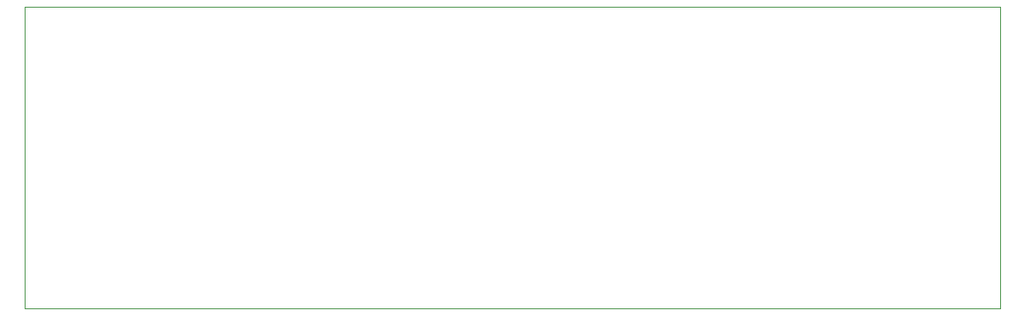
<source format=gbr>
%TF.GenerationSoftware,KiCad,Pcbnew,(5.1.7)-1*%
%TF.CreationDate,2021-02-10T19:53:02+00:00*%
%TF.ProjectId,SCSI to SCA MK5.1,53435349-2074-46f2-9053-4341204d4b35,rev?*%
%TF.SameCoordinates,Original*%
%TF.FileFunction,Profile,NP*%
%FSLAX46Y46*%
G04 Gerber Fmt 4.6, Leading zero omitted, Abs format (unit mm)*
G04 Created by KiCad (PCBNEW (5.1.7)-1) date 2021-02-10 19:53:02*
%MOMM*%
%LPD*%
G01*
G04 APERTURE LIST*
%TA.AperFunction,Profile*%
%ADD10C,0.050000*%
%TD*%
G04 APERTURE END LIST*
D10*
X30000000Y-150000000D02*
X30000000Y-120000000D01*
X127000000Y-150000000D02*
X30000000Y-150000000D01*
X127000000Y-120000000D02*
X127000000Y-150000000D01*
X30000000Y-120000000D02*
X127000000Y-120000000D01*
M02*

</source>
